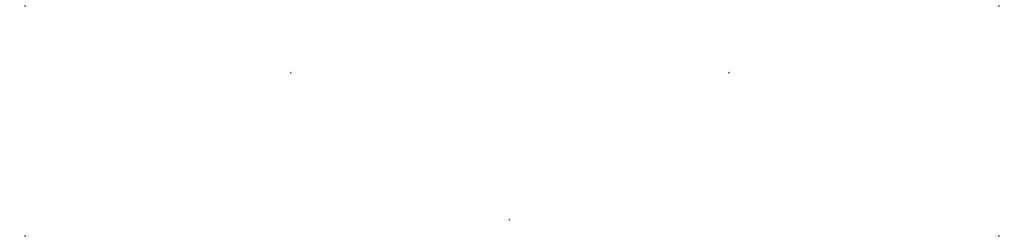
<source format=gbs>
G04*
G04 #@! TF.GenerationSoftware,Altium Limited,Altium Designer,22.4.2 (48)*
G04*
G04 Layer_Color=16711935*
%FSLAX25Y25*%
%MOIN*%
G70*
G04*
G04 #@! TF.SameCoordinates,D0525307-FA06-41FD-84B0-9E93535F59E6*
G04*
G04*
G04 #@! TF.FilePolarity,Negative*
G04*
G01*
G75*
%ADD10C,0.00800*%
D10*
X201772Y21949D02*
D03*
X286024Y78917D02*
D03*
D03*
X117520D02*
D03*
D03*
X15748Y104331D02*
D03*
Y15748D02*
D03*
X389764D02*
D03*
Y104331D02*
D03*
M02*

</source>
